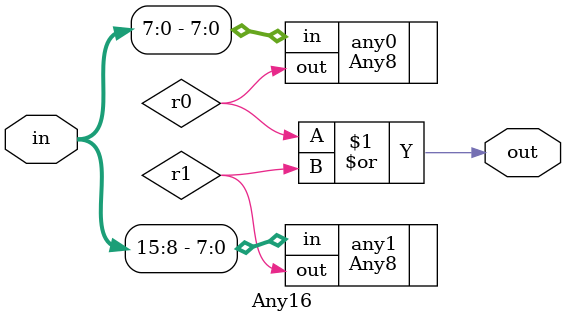
<source format=v>
`ifndef GUARD_ANY16_V
`define GUARD_ANY16_V

`include "Any8.v"

module Any16 (
    in,
    out
);

    input [15:0] in;
    output out;

    wire r0;
    wire r1;

    Any8 any0 (
        .in(in[7:0]),
        .out(r0)
    );
    Any8 any1 (
        .in(in[15:8]),
        .out(r1)
    );

    assign out = r0 | r1;

endmodule // Any16

`endif

</source>
